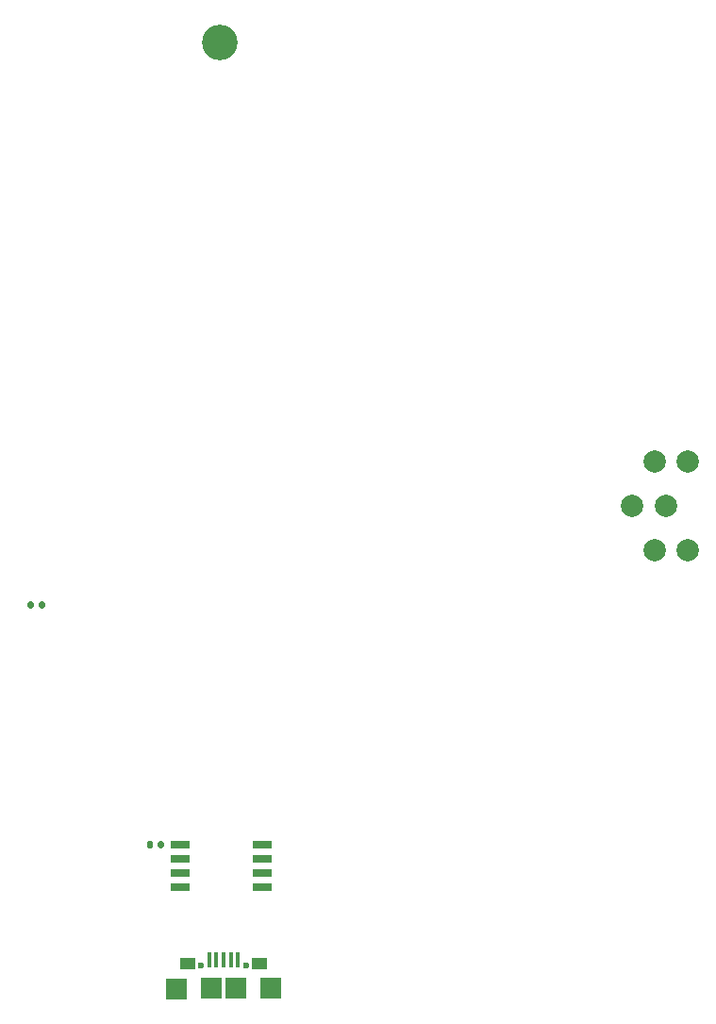
<source format=gbs>
G04 #@! TF.GenerationSoftware,KiCad,Pcbnew,5.1.10*
G04 #@! TF.CreationDate,2021-09-05T11:20:00+02:00*
G04 #@! TF.ProjectId,badge,62616467-652e-46b6-9963-61645f706362,rev?*
G04 #@! TF.SameCoordinates,Original*
G04 #@! TF.FileFunction,Soldermask,Bot*
G04 #@! TF.FilePolarity,Negative*
%FSLAX46Y46*%
G04 Gerber Fmt 4.6, Leading zero omitted, Abs format (unit mm)*
G04 Created by KiCad (PCBNEW 5.1.10) date 2021-09-05 11:20:00*
%MOMM*%
%LPD*%
G01*
G04 APERTURE LIST*
%ADD10C,3.200000*%
%ADD11C,2.000000*%
%ADD12R,0.400000X1.350000*%
%ADD13R,1.350000X1.000000*%
%ADD14R,1.900000X1.900000*%
%ADD15C,0.600000*%
%ADD16R,1.700000X0.650000*%
G04 APERTURE END LIST*
D10*
X150000000Y-58500000D03*
G36*
G01*
X144380000Y-130670000D02*
X144380000Y-130330000D01*
G75*
G02*
X144520000Y-130190000I140000J0D01*
G01*
X144800000Y-130190000D01*
G75*
G02*
X144940000Y-130330000I0J-140000D01*
G01*
X144940000Y-130670000D01*
G75*
G02*
X144800000Y-130810000I-140000J0D01*
G01*
X144520000Y-130810000D01*
G75*
G02*
X144380000Y-130670000I0J140000D01*
G01*
G37*
G36*
G01*
X143420000Y-130670000D02*
X143420000Y-130330000D01*
G75*
G02*
X143560000Y-130190000I140000J0D01*
G01*
X143840000Y-130190000D01*
G75*
G02*
X143980000Y-130330000I0J-140000D01*
G01*
X143980000Y-130670000D01*
G75*
G02*
X143840000Y-130810000I-140000J0D01*
G01*
X143560000Y-130810000D01*
G75*
G02*
X143420000Y-130670000I0J140000D01*
G01*
G37*
D11*
X189000000Y-104100000D03*
X187000000Y-100100000D03*
X189000000Y-96100000D03*
X192000000Y-96100000D03*
X190000000Y-100100000D03*
X192000000Y-104100000D03*
D12*
X151600000Y-140800000D03*
X150950000Y-140800000D03*
X150300000Y-140800000D03*
X149650000Y-140800000D03*
X149000000Y-140800000D03*
D13*
X153500000Y-141200000D03*
X147100000Y-141200000D03*
D14*
X146100000Y-143450000D03*
X154500000Y-143400000D03*
D15*
X152300000Y-141300000D03*
X148300000Y-141300000D03*
D14*
X151400000Y-143400000D03*
X149200000Y-143400000D03*
G36*
G01*
X134280000Y-108815000D02*
X134280000Y-109185000D01*
G75*
G02*
X134145000Y-109320000I-135000J0D01*
G01*
X133875000Y-109320000D01*
G75*
G02*
X133740000Y-109185000I0J135000D01*
G01*
X133740000Y-108815000D01*
G75*
G02*
X133875000Y-108680000I135000J0D01*
G01*
X134145000Y-108680000D01*
G75*
G02*
X134280000Y-108815000I0J-135000D01*
G01*
G37*
G36*
G01*
X133260000Y-108815000D02*
X133260000Y-109185000D01*
G75*
G02*
X133125000Y-109320000I-135000J0D01*
G01*
X132855000Y-109320000D01*
G75*
G02*
X132720000Y-109185000I0J135000D01*
G01*
X132720000Y-108815000D01*
G75*
G02*
X132855000Y-108680000I135000J0D01*
G01*
X133125000Y-108680000D01*
G75*
G02*
X133260000Y-108815000I0J-135000D01*
G01*
G37*
D16*
X146450000Y-134305000D03*
X146450000Y-133035000D03*
X146450000Y-131765000D03*
X146450000Y-130495000D03*
X153750000Y-130495000D03*
X153750000Y-131765000D03*
X153750000Y-133035000D03*
X153750000Y-134305000D03*
M02*

</source>
